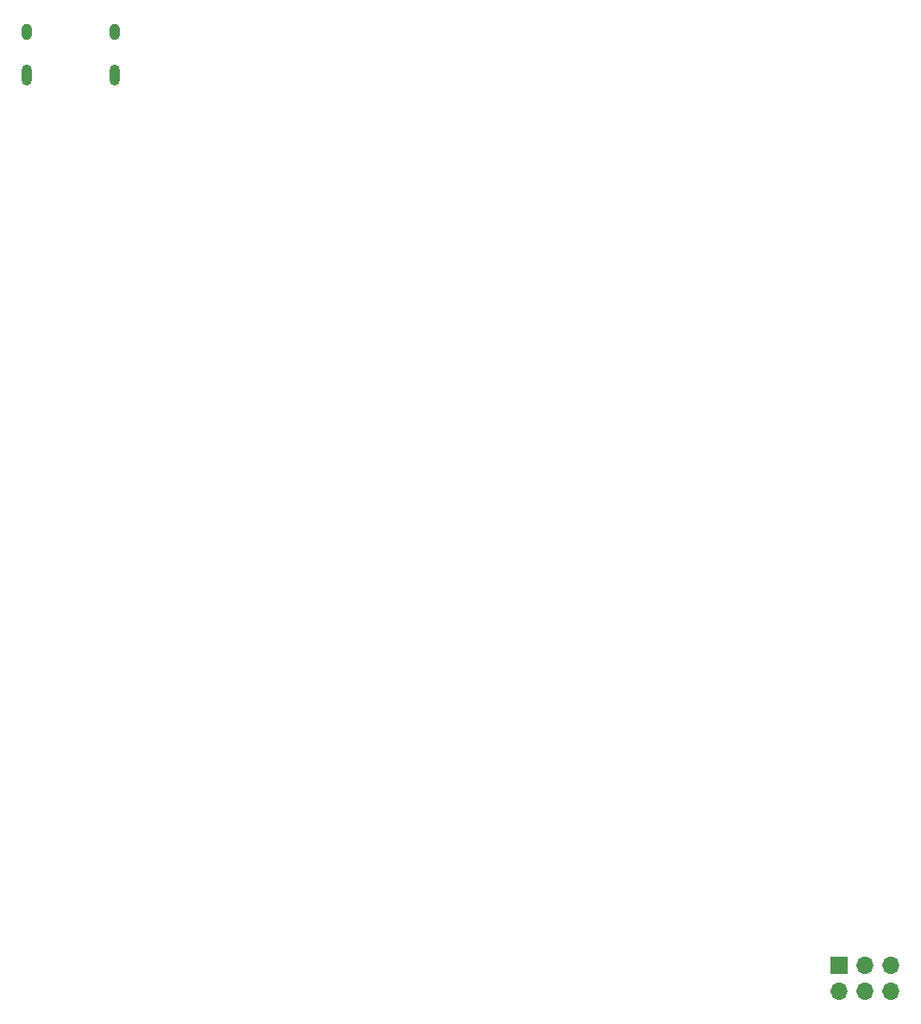
<source format=gbr>
%TF.GenerationSoftware,KiCad,Pcbnew,9.0.3*%
%TF.CreationDate,2025-08-02T20:14:01-05:00*%
%TF.ProjectId,my-keyboard,6d792d6b-6579-4626-9f61-72642e6b6963,1.0*%
%TF.SameCoordinates,Original*%
%TF.FileFunction,Soldermask,Top*%
%TF.FilePolarity,Negative*%
%FSLAX46Y46*%
G04 Gerber Fmt 4.6, Leading zero omitted, Abs format (unit mm)*
G04 Created by KiCad (PCBNEW 9.0.3) date 2025-08-02 20:14:01*
%MOMM*%
%LPD*%
G01*
G04 APERTURE LIST*
%ADD10R,1.700000X1.700000*%
%ADD11O,1.700000X1.700000*%
%ADD12O,1.000000X1.600000*%
%ADD13O,1.000000X2.100000*%
G04 APERTURE END LIST*
D10*
%TO.C,J2*%
X117420000Y-93500000D03*
D11*
X117420000Y-96040000D03*
X119960000Y-93500000D03*
X119960000Y-96040000D03*
X122500000Y-93500000D03*
X122500000Y-96040000D03*
%TD*%
D12*
%TO.C,J1*%
X37680000Y-1950000D03*
D13*
X37680000Y-6130000D03*
D12*
X46320000Y-1950000D03*
D13*
X46320000Y-6130000D03*
%TD*%
M02*

</source>
